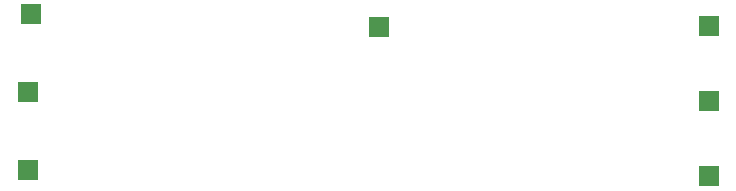
<source format=gbr>
G04 #@! TF.FileFunction,Copper,L2,Bot,Signal*
%FSLAX46Y46*%
G04 Gerber Fmt 4.6, Leading zero omitted, Abs format (unit mm)*
G04 Created by KiCad (PCBNEW 4.0.4-stable) date 05/22/17 07:34:47*
%MOMM*%
%LPD*%
G01*
G04 APERTURE LIST*
%ADD10C,0.100000*%
%ADD11R,1.700000X1.700000*%
G04 APERTURE END LIST*
D10*
D11*
X76454000Y-45212000D03*
X76200000Y-58420000D03*
X76200000Y-51816000D03*
X105943400Y-46304200D03*
X133858000Y-52578000D03*
X133858000Y-46228000D03*
X133858000Y-58928000D03*
M02*

</source>
